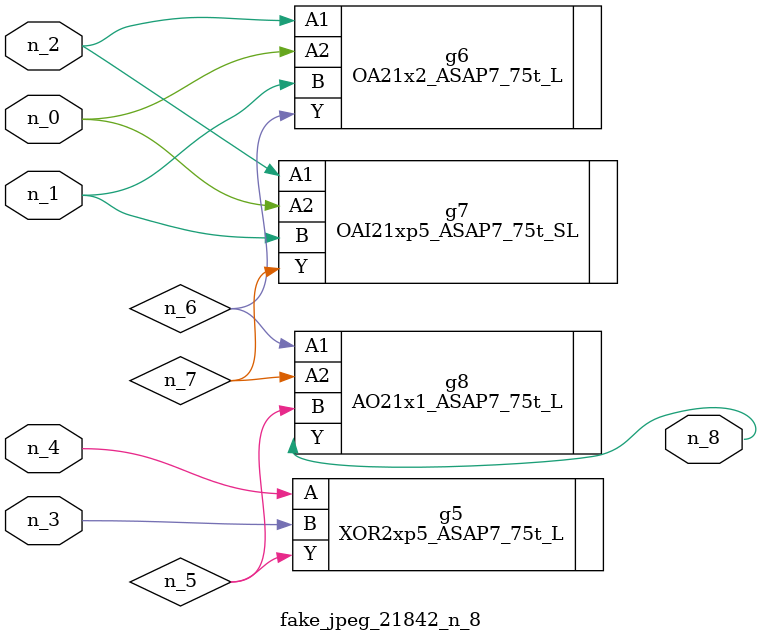
<source format=v>
module fake_jpeg_21842_n_8 (n_3, n_2, n_1, n_0, n_4, n_8);

input n_3;
input n_2;
input n_1;
input n_0;
input n_4;

output n_8;

wire n_6;
wire n_5;
wire n_7;

XOR2xp5_ASAP7_75t_L g5 ( 
.A(n_4),
.B(n_3),
.Y(n_5)
);

OA21x2_ASAP7_75t_L g6 ( 
.A1(n_2),
.A2(n_0),
.B(n_1),
.Y(n_6)
);

OAI21xp5_ASAP7_75t_SL g7 ( 
.A1(n_2),
.A2(n_0),
.B(n_1),
.Y(n_7)
);

AO21x1_ASAP7_75t_L g8 ( 
.A1(n_6),
.A2(n_7),
.B(n_5),
.Y(n_8)
);


endmodule
</source>
